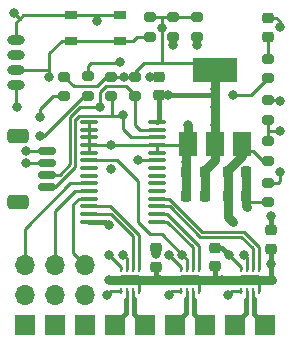
<source format=gbr>
%TF.GenerationSoftware,KiCad,Pcbnew,(6.0.8)*%
%TF.CreationDate,2022-11-21T19:10:26+00:00*%
%TF.ProjectId,m-link-plus,6d2d6c69-6e6b-42d7-906c-75732e6b6963,rev?*%
%TF.SameCoordinates,Original*%
%TF.FileFunction,Copper,L1,Top*%
%TF.FilePolarity,Positive*%
%FSLAX46Y46*%
G04 Gerber Fmt 4.6, Leading zero omitted, Abs format (unit mm)*
G04 Created by KiCad (PCBNEW (6.0.8)) date 2022-11-21 19:10:26*
%MOMM*%
%LPD*%
G01*
G04 APERTURE LIST*
G04 Aperture macros list*
%AMRoundRect*
0 Rectangle with rounded corners*
0 $1 Rounding radius*
0 $2 $3 $4 $5 $6 $7 $8 $9 X,Y pos of 4 corners*
0 Add a 4 corners polygon primitive as box body*
4,1,4,$2,$3,$4,$5,$6,$7,$8,$9,$2,$3,0*
0 Add four circle primitives for the rounded corners*
1,1,$1+$1,$2,$3*
1,1,$1+$1,$4,$5*
1,1,$1+$1,$6,$7*
1,1,$1+$1,$8,$9*
0 Add four rect primitives between the rounded corners*
20,1,$1+$1,$2,$3,$4,$5,0*
20,1,$1+$1,$4,$5,$6,$7,0*
20,1,$1+$1,$6,$7,$8,$9,0*
20,1,$1+$1,$8,$9,$2,$3,0*%
G04 Aperture macros list end*
%TA.AperFunction,SMDPad,CuDef*%
%ADD10RoundRect,0.225000X0.250000X-0.225000X0.250000X0.225000X-0.250000X0.225000X-0.250000X-0.225000X0*%
%TD*%
%TA.AperFunction,SMDPad,CuDef*%
%ADD11RoundRect,0.200000X0.275000X-0.200000X0.275000X0.200000X-0.275000X0.200000X-0.275000X-0.200000X0*%
%TD*%
%TA.AperFunction,SMDPad,CuDef*%
%ADD12R,0.250000X0.500000*%
%TD*%
%TA.AperFunction,SMDPad,CuDef*%
%ADD13R,1.600000X0.900000*%
%TD*%
%TA.AperFunction,SMDPad,CuDef*%
%ADD14R,1.500000X2.000000*%
%TD*%
%TA.AperFunction,SMDPad,CuDef*%
%ADD15R,3.800000X2.000000*%
%TD*%
%TA.AperFunction,SMDPad,CuDef*%
%ADD16RoundRect,0.218750X-0.256250X0.218750X-0.256250X-0.218750X0.256250X-0.218750X0.256250X0.218750X0*%
%TD*%
%TA.AperFunction,SMDPad,CuDef*%
%ADD17R,1.050000X0.650000*%
%TD*%
%TA.AperFunction,SMDPad,CuDef*%
%ADD18RoundRect,0.225000X-0.225000X-0.250000X0.225000X-0.250000X0.225000X0.250000X-0.225000X0.250000X0*%
%TD*%
%TA.AperFunction,SMDPad,CuDef*%
%ADD19RoundRect,0.225000X-0.250000X0.225000X-0.250000X-0.225000X0.250000X-0.225000X0.250000X0.225000X0*%
%TD*%
%TA.AperFunction,ComponentPad*%
%ADD20O,1.700000X1.700000*%
%TD*%
%TA.AperFunction,ComponentPad*%
%ADD21R,1.700000X1.700000*%
%TD*%
%TA.AperFunction,SMDPad,CuDef*%
%ADD22RoundRect,0.225000X0.225000X0.250000X-0.225000X0.250000X-0.225000X-0.250000X0.225000X-0.250000X0*%
%TD*%
%TA.AperFunction,SMDPad,CuDef*%
%ADD23RoundRect,0.100000X-0.637500X-0.100000X0.637500X-0.100000X0.637500X0.100000X-0.637500X0.100000X0*%
%TD*%
%TA.AperFunction,SMDPad,CuDef*%
%ADD24RoundRect,0.200000X-0.275000X0.200000X-0.275000X-0.200000X0.275000X-0.200000X0.275000X0.200000X0*%
%TD*%
%TA.AperFunction,SMDPad,CuDef*%
%ADD25RoundRect,0.150000X0.625000X-0.150000X0.625000X0.150000X-0.625000X0.150000X-0.625000X-0.150000X0*%
%TD*%
%TA.AperFunction,SMDPad,CuDef*%
%ADD26RoundRect,0.250000X0.650000X-0.350000X0.650000X0.350000X-0.650000X0.350000X-0.650000X-0.350000X0*%
%TD*%
%TA.AperFunction,SMDPad,CuDef*%
%ADD27O,1.500000X0.800000*%
%TD*%
%TA.AperFunction,ViaPad*%
%ADD28C,0.800000*%
%TD*%
%TA.AperFunction,Conductor*%
%ADD29C,0.400000*%
%TD*%
%TA.AperFunction,Conductor*%
%ADD30C,0.250000*%
%TD*%
%TA.AperFunction,Conductor*%
%ADD31C,0.800000*%
%TD*%
G04 APERTURE END LIST*
D10*
%TO.P,C10,1*%
%TO.N,+3V3*%
X92250000Y-77775000D03*
%TO.P,C10,2*%
%TO.N,GND*%
X92250000Y-76225000D03*
%TD*%
D11*
%TO.P,R1,1*%
%TO.N,+5V*%
X101500000Y-83325000D03*
%TO.P,R1,2*%
%TO.N,/ADC*%
X101500000Y-81675000D03*
%TD*%
D12*
%TO.P,U3,1,VM*%
%TO.N,+5V*%
X94125000Y-94334000D03*
%TO.P,U3,2,OUT1*%
%TO.N,/M2A*%
X94625000Y-94334000D03*
%TO.P,U3,3,OUT2*%
%TO.N,/M2B*%
X95125000Y-94334000D03*
%TO.P,U3,4,GND*%
%TO.N,GND*%
X95625000Y-94334000D03*
%TO.P,U3,5,IN2*%
%TO.N,/CH7*%
X95625000Y-92434000D03*
%TO.P,U3,6,IN1*%
%TO.N,/CH6*%
X95125000Y-92434000D03*
%TO.P,U3,7,~{SLEEP}*%
%TO.N,/SLEEP*%
X94625000Y-92434000D03*
%TO.P,U3,8,VCC*%
%TO.N,+3V3*%
X94125000Y-92434000D03*
D13*
%TO.P,U3,9,GND*%
%TO.N,GND*%
X94875000Y-93384000D03*
%TD*%
D14*
%TO.P,U1,1,GND*%
%TO.N,GND*%
X94700000Y-81900000D03*
%TO.P,U1,2,VO*%
%TO.N,+3V3*%
X97000000Y-81900000D03*
D15*
X97000000Y-75600000D03*
D14*
%TO.P,U1,3,VI*%
%TO.N,+5V*%
X99300000Y-81900000D03*
%TD*%
D16*
%TO.P,D1,1,K*%
%TO.N,GND*%
X101500000Y-71212500D03*
%TO.P,D1,2,A*%
%TO.N,Net-(D1-Pad2)*%
X101500000Y-72787500D03*
%TD*%
D17*
%TO.P,SW1,1,1*%
%TO.N,GND*%
X84850000Y-71000000D03*
X89000000Y-71000000D03*
%TO.P,SW1,2,2*%
%TO.N,/DTR*%
X89000000Y-73150000D03*
X84850000Y-73150000D03*
%TD*%
D11*
%TO.P,R7,1*%
%TO.N,/SCL*%
X88250000Y-77825000D03*
%TO.P,R7,2*%
%TO.N,+3V3*%
X88250000Y-76175000D03*
%TD*%
D12*
%TO.P,U6,1,VM*%
%TO.N,+5V*%
X99205000Y-94334000D03*
%TO.P,U6,2,OUT1*%
%TO.N,/M3A*%
X99705000Y-94334000D03*
%TO.P,U6,3,OUT2*%
%TO.N,/M3B*%
X100205000Y-94334000D03*
%TO.P,U6,4,GND*%
%TO.N,GND*%
X100705000Y-94334000D03*
%TO.P,U6,5,IN2*%
%TO.N,/CH9*%
X100705000Y-92434000D03*
%TO.P,U6,6,IN1*%
%TO.N,/CH8*%
X100205000Y-92434000D03*
%TO.P,U6,7,~{SLEEP}*%
%TO.N,/SLEEP*%
X99705000Y-92434000D03*
%TO.P,U6,8,VCC*%
%TO.N,+3V3*%
X99205000Y-92434000D03*
D13*
%TO.P,U6,9,GND*%
%TO.N,GND*%
X99955000Y-93384000D03*
%TD*%
D18*
%TO.P,C1,1*%
%TO.N,+5V*%
X98100000Y-86250000D03*
%TO.P,C1,2*%
%TO.N,GND*%
X99650000Y-86250000D03*
%TD*%
%TO.P,C3,1*%
%TO.N,+5V*%
X98100000Y-84250000D03*
%TO.P,C3,2*%
%TO.N,GND*%
X99650000Y-84250000D03*
%TD*%
D11*
%TO.P,R9,1*%
%TO.N,/SDA*%
X90250000Y-77825000D03*
%TO.P,R9,2*%
%TO.N,+3V3*%
X90250000Y-76175000D03*
%TD*%
D19*
%TO.P,C7,1*%
%TO.N,+3V3*%
X101750000Y-89200000D03*
%TO.P,C7,2*%
%TO.N,GND*%
X101750000Y-90750000D03*
%TD*%
D12*
%TO.P,U2,1,VM*%
%TO.N,+5V*%
X89045000Y-94334000D03*
%TO.P,U2,2,OUT1*%
%TO.N,/M1A*%
X89545000Y-94334000D03*
%TO.P,U2,3,OUT2*%
%TO.N,/M1B*%
X90045000Y-94334000D03*
%TO.P,U2,4,GND*%
%TO.N,GND*%
X90545000Y-94334000D03*
%TO.P,U2,5,IN2*%
%TO.N,/CH5*%
X90545000Y-92434000D03*
%TO.P,U2,6,IN1*%
%TO.N,/CH4*%
X90045000Y-92434000D03*
%TO.P,U2,7,~{SLEEP}*%
%TO.N,/SLEEP*%
X89545000Y-92434000D03*
%TO.P,U2,8,VCC*%
%TO.N,+3V3*%
X89045000Y-92434000D03*
D13*
%TO.P,U2,9,GND*%
%TO.N,GND*%
X89795000Y-93384000D03*
%TD*%
D20*
%TO.P,J3,1,Pin_1*%
%TO.N,/CH1*%
X80905000Y-92114000D03*
%TO.P,J3,2,Pin_2*%
%TO.N,+5V*%
X80905000Y-94654000D03*
D21*
%TO.P,J3,3,Pin_3*%
%TO.N,GND*%
X80905000Y-97194000D03*
D20*
%TO.P,J3,4,Pin_4*%
%TO.N,/CH2*%
X83445000Y-92114000D03*
%TO.P,J3,5,Pin_5*%
%TO.N,+5V*%
X83445000Y-94654000D03*
D21*
%TO.P,J3,6,Pin_6*%
%TO.N,GND*%
X83445000Y-97194000D03*
D20*
%TO.P,J3,7,Pin_7*%
%TO.N,/CH3*%
X85985000Y-92114000D03*
%TO.P,J3,8,Pin_8*%
%TO.N,+5V*%
X85985000Y-94654000D03*
D21*
%TO.P,J3,9,Pin_9*%
%TO.N,GND*%
X85985000Y-97194000D03*
%TO.P,J3,10,Pin_10*%
%TO.N,/M1A*%
X88525000Y-97194000D03*
%TO.P,J3,11,Pin_11*%
%TO.N,/M1B*%
X91065000Y-97194000D03*
%TO.P,J3,12,Pin_12*%
%TO.N,/M2A*%
X93605000Y-97194000D03*
%TO.P,J3,13,Pin_13*%
%TO.N,/M2B*%
X96145000Y-97194000D03*
%TO.P,J3,14,Pin_14*%
%TO.N,/M3A*%
X98685000Y-97194000D03*
%TO.P,J3,15,Pin_15*%
%TO.N,/M3B*%
X101225000Y-97194000D03*
%TD*%
D22*
%TO.P,C4,1*%
%TO.N,+3V3*%
X96150000Y-86250000D03*
%TO.P,C4,2*%
%TO.N,GND*%
X94600000Y-86250000D03*
%TD*%
D23*
%TO.P,U5,1,A0*%
%TO.N,GND*%
X86387500Y-80025000D03*
%TO.P,U5,2,A1*%
X86387500Y-80675000D03*
%TO.P,U5,3,A2*%
X86387500Y-81325000D03*
%TO.P,U5,4,A3*%
X86387500Y-81975000D03*
%TO.P,U5,5,A4*%
X86387500Y-82625000D03*
%TO.P,U5,6,LED0*%
%TO.N,/SLEEP*%
X86387500Y-83275000D03*
%TO.P,U5,7,LED1*%
%TO.N,unconnected-(U5-Pad7)*%
X86387500Y-83925000D03*
%TO.P,U5,8,LED2*%
%TO.N,unconnected-(U5-Pad8)*%
X86387500Y-84575000D03*
%TO.P,U5,9,LED3*%
%TO.N,/CH1*%
X86387500Y-85225000D03*
%TO.P,U5,10,LED4*%
%TO.N,/CH2*%
X86387500Y-85875000D03*
%TO.P,U5,11,LED5*%
%TO.N,/CH3*%
X86387500Y-86525000D03*
%TO.P,U5,12,LED6*%
%TO.N,/CH5*%
X86387500Y-87175000D03*
%TO.P,U5,13,LED7*%
%TO.N,/CH4*%
X86387500Y-87825000D03*
%TO.P,U5,14,VSS*%
%TO.N,GND*%
X86387500Y-88475000D03*
%TO.P,U5,15,LED8*%
%TO.N,/CH6*%
X92112500Y-88475000D03*
%TO.P,U5,16,LED9*%
%TO.N,/CH7*%
X92112500Y-87825000D03*
%TO.P,U5,17,LED10*%
%TO.N,/CH8*%
X92112500Y-87175000D03*
%TO.P,U5,18,LED11*%
%TO.N,/CH9*%
X92112500Y-86525000D03*
%TO.P,U5,19,LED12*%
%TO.N,unconnected-(U5-Pad19)*%
X92112500Y-85875000D03*
%TO.P,U5,20,LED13*%
%TO.N,unconnected-(U5-Pad20)*%
X92112500Y-85225000D03*
%TO.P,U5,21,LED14*%
%TO.N,unconnected-(U5-Pad21)*%
X92112500Y-84575000D03*
%TO.P,U5,22,LED15*%
%TO.N,unconnected-(U5-Pad22)*%
X92112500Y-83925000D03*
%TO.P,U5,23,~{OE}*%
%TO.N,/ENABLE*%
X92112500Y-83275000D03*
%TO.P,U5,24,A5*%
%TO.N,GND*%
X92112500Y-82625000D03*
%TO.P,U5,25,EXTCLK*%
X92112500Y-81975000D03*
%TO.P,U5,26,SCL*%
%TO.N,/SCL*%
X92112500Y-81325000D03*
%TO.P,U5,27,SDA*%
%TO.N,/SDA*%
X92112500Y-80675000D03*
%TO.P,U5,28,VDD*%
%TO.N,+3V3*%
X92112500Y-80025000D03*
%TD*%
D11*
%TO.P,R10,1*%
%TO.N,/LED1*%
X101500000Y-76325000D03*
%TO.P,R10,2*%
%TO.N,Net-(D1-Pad2)*%
X101500000Y-74675000D03*
%TD*%
D24*
%TO.P,R4,1*%
%TO.N,+3V3*%
X93500000Y-71175000D03*
%TO.P,R4,2*%
%TO.N,/RESET*%
X93500000Y-72825000D03*
%TD*%
%TO.P,R8,1*%
%TO.N,+3V3*%
X84250000Y-76175000D03*
%TO.P,R8,2*%
%TO.N,/ESP_LED*%
X84250000Y-77825000D03*
%TD*%
%TO.P,R3,1*%
%TO.N,+3V3*%
X95500000Y-71175000D03*
%TO.P,R3,2*%
%TO.N,/EN*%
X95500000Y-72825000D03*
%TD*%
D19*
%TO.P,C5,1*%
%TO.N,+3V3*%
X97000000Y-90700000D03*
%TO.P,C5,2*%
%TO.N,GND*%
X97000000Y-92250000D03*
%TD*%
D25*
%TO.P,J5,1,Pin_1*%
%TO.N,/SCL*%
X82825000Y-85500000D03*
%TO.P,J5,2,Pin_2*%
%TO.N,/SDA*%
X82825000Y-84500000D03*
%TO.P,J5,3,Pin_3*%
%TO.N,+3V3*%
X82825000Y-83500000D03*
%TO.P,J5,4,Pin_4*%
%TO.N,GND*%
X82825000Y-82500000D03*
D26*
%TO.P,J5,MP*%
%TO.N,N/C*%
X80300000Y-86800000D03*
X80300000Y-81200000D03*
%TD*%
D22*
%TO.P,C2,1*%
%TO.N,+3V3*%
X96150000Y-84250000D03*
%TO.P,C2,2*%
%TO.N,GND*%
X94600000Y-84250000D03*
%TD*%
D19*
%TO.P,C6,1*%
%TO.N,+5V*%
X92000000Y-90725000D03*
%TO.P,C6,2*%
%TO.N,GND*%
X92000000Y-92275000D03*
%TD*%
D11*
%TO.P,R11,1*%
%TO.N,GND*%
X101500000Y-86825000D03*
%TO.P,R11,2*%
%TO.N,/SLEEP*%
X101500000Y-85175000D03*
%TD*%
%TO.P,R2,1*%
%TO.N,/ADC*%
X101500000Y-79825000D03*
%TO.P,R2,2*%
%TO.N,GND*%
X101500000Y-78175000D03*
%TD*%
%TO.P,R6,1*%
%TO.N,/MTDI*%
X86250000Y-77800000D03*
%TO.P,R6,2*%
%TO.N,GND*%
X86250000Y-76150000D03*
%TD*%
D24*
%TO.P,R5,1*%
%TO.N,+3V3*%
X91500000Y-71175000D03*
%TO.P,R5,2*%
%TO.N,/DTR*%
X91500000Y-72825000D03*
%TD*%
D27*
%TO.P,J4,1,Pin_1*%
%TO.N,+3V3*%
X80150000Y-76905000D03*
%TO.P,J4,2,Pin_2*%
%TO.N,/DTR*%
X80150000Y-75635000D03*
%TO.P,J4,3,Pin_3*%
%TO.N,unconnected-(J4-Pad3)*%
X80150000Y-74365000D03*
%TO.P,J4,4,Pin_4*%
%TO.N,GND*%
X80150000Y-73095000D03*
%TD*%
D28*
%TO.N,GND*%
X94750000Y-80250000D03*
X89000000Y-74974500D03*
X91500000Y-76250000D03*
X99750000Y-87250000D03*
X88250000Y-84000000D03*
X79987701Y-70787701D03*
X81000000Y-82500000D03*
X88000000Y-88750000D03*
X87000000Y-71500000D03*
X97634000Y-93384000D03*
X92366000Y-93384000D03*
X88000000Y-93400000D03*
X88200000Y-82000000D03*
X101800000Y-93400000D03*
X102500000Y-72000000D03*
X94600000Y-83400000D03*
X101762299Y-92012299D03*
X102500000Y-78250000D03*
%TO.N,/DTR*%
X83000000Y-76250000D03*
%TO.N,+5V*%
X98500000Y-88500000D03*
X98096000Y-94654000D03*
X87904000Y-94654000D03*
X93096000Y-94654000D03*
X92000000Y-91225500D03*
%TO.N,/RESET*%
X93500000Y-73500000D03*
%TO.N,/ADC*%
X102500000Y-80750000D03*
%TO.N,/EN*%
X95500000Y-73500000D03*
%TO.N,/MTDI*%
X82200000Y-81200000D03*
%TO.N,/LED1*%
X98500000Y-77750000D03*
%TO.N,+3V3*%
X89325000Y-76175000D03*
X97000000Y-78750000D03*
X92525000Y-72025000D03*
X88000000Y-91250000D03*
X97000000Y-80250000D03*
X97000000Y-77250000D03*
X98160000Y-91250000D03*
X80250000Y-78750000D03*
X101750000Y-88000000D03*
X81000000Y-83500000D03*
X97000000Y-83250000D03*
X93080000Y-91250000D03*
X93000000Y-77750000D03*
%TO.N,/SCL*%
X89200000Y-79400000D03*
%TO.N,/SDA*%
X87250000Y-78750000D03*
%TO.N,/SLEEP*%
X99480500Y-91250000D03*
X94250000Y-91250000D03*
X89250000Y-91250000D03*
X102500000Y-84250000D03*
%TO.N,/ESP_LED*%
X82200000Y-79600000D03*
%TO.N,/ENABLE*%
X90500000Y-83250000D03*
%TD*%
D29*
%TO.N,GND*%
X101762299Y-92012299D02*
X101762299Y-93362299D01*
D30*
X101500000Y-78175000D02*
X102425000Y-78175000D01*
D31*
X95716000Y-93384000D02*
X96884000Y-93384000D01*
D30*
X80475000Y-71275000D02*
X80750000Y-71000000D01*
D31*
X94600000Y-82000000D02*
X94700000Y-81900000D01*
D30*
X93250000Y-82000000D02*
X92137500Y-82000000D01*
X100705000Y-93845000D02*
X101116000Y-93434000D01*
D29*
X92250000Y-76225000D02*
X91525000Y-76225000D01*
D31*
X94700000Y-81900000D02*
X94700000Y-80300000D01*
D30*
X86387500Y-80025000D02*
X86387500Y-82625000D01*
X101500000Y-86825000D02*
X99975000Y-86825000D01*
D31*
X101132000Y-93400000D02*
X101800000Y-93400000D01*
D30*
X87000000Y-71000000D02*
X84850000Y-71000000D01*
D31*
X94875000Y-93384000D02*
X95716000Y-93384000D01*
D29*
X97000000Y-93268000D02*
X96884000Y-93384000D01*
D30*
X92112500Y-81975000D02*
X86387500Y-81975000D01*
D29*
X101750000Y-92000000D02*
X101762299Y-92012299D01*
D31*
X89795000Y-93384000D02*
X90866000Y-93384000D01*
D30*
X94600000Y-82000000D02*
X93250000Y-82000000D01*
D29*
X101750000Y-90750000D02*
X101750000Y-92000000D01*
D30*
X89000000Y-71000000D02*
X87000000Y-71000000D01*
D31*
X99955000Y-93384000D02*
X101116000Y-93384000D01*
D30*
X80150000Y-71600000D02*
X80475000Y-71275000D01*
D29*
X97000000Y-92250000D02*
X97000000Y-93268000D01*
X91525000Y-76225000D02*
X91500000Y-76250000D01*
D30*
X102500000Y-71500000D02*
X102212500Y-71212500D01*
D31*
X94600000Y-84250000D02*
X94600000Y-82000000D01*
X99650000Y-87150000D02*
X99750000Y-87250000D01*
D29*
X92000000Y-93268000D02*
X91884000Y-93384000D01*
D31*
X96884000Y-93384000D02*
X99955000Y-93384000D01*
D30*
X100705000Y-94334000D02*
X100705000Y-93845000D01*
D29*
X87725000Y-88475000D02*
X88000000Y-88750000D01*
D30*
X95625000Y-94334000D02*
X95625000Y-93475000D01*
X90545000Y-93705000D02*
X90866000Y-93384000D01*
X102500000Y-72000000D02*
X102500000Y-71500000D01*
D31*
X99650000Y-84250000D02*
X99650000Y-86250000D01*
D29*
X101762299Y-93362299D02*
X101800000Y-93400000D01*
D31*
X94600000Y-86250000D02*
X94600000Y-84250000D01*
D30*
X90545000Y-94334000D02*
X90545000Y-93705000D01*
X95625000Y-93475000D02*
X95716000Y-93384000D01*
X86500000Y-75000000D02*
X88974500Y-75000000D01*
D29*
X92000000Y-92275000D02*
X92000000Y-93268000D01*
D30*
X101116000Y-93434000D02*
X101116000Y-93384000D01*
D29*
X86387500Y-88475000D02*
X87725000Y-88475000D01*
D30*
X102425000Y-78175000D02*
X102500000Y-78250000D01*
X86500000Y-75000000D02*
X86250000Y-75250000D01*
D31*
X91884000Y-93384000D02*
X94875000Y-93384000D01*
D30*
X80150000Y-73095000D02*
X80150000Y-71600000D01*
X82825000Y-82500000D02*
X81000000Y-82500000D01*
X87000000Y-71000000D02*
X87000000Y-71500000D01*
X80475000Y-71275000D02*
X79987701Y-70787701D01*
D31*
X99650000Y-86250000D02*
X99650000Y-87150000D01*
D30*
X99975000Y-86825000D02*
X99650000Y-87150000D01*
X86250000Y-75250000D02*
X86250000Y-76150000D01*
D31*
X101116000Y-93384000D02*
X101132000Y-93400000D01*
X88016000Y-93384000D02*
X88000000Y-93400000D01*
D30*
X92112500Y-82625000D02*
X92112500Y-81975000D01*
X80750000Y-71000000D02*
X84850000Y-71000000D01*
X102212500Y-71212500D02*
X101500000Y-71212500D01*
D31*
X94700000Y-80300000D02*
X94750000Y-80250000D01*
X89795000Y-93384000D02*
X88016000Y-93384000D01*
D30*
X92137500Y-82000000D02*
X92112500Y-81975000D01*
X88974500Y-75000000D02*
X89000000Y-74974500D01*
D31*
X90866000Y-93384000D02*
X91884000Y-93384000D01*
D30*
%TO.N,/DTR*%
X80150000Y-75635000D02*
X82865000Y-75635000D01*
X83000000Y-75500000D02*
X83000000Y-74200000D01*
X83000000Y-76250000D02*
X83000000Y-75500000D01*
X84050000Y-73150000D02*
X83000000Y-74200000D01*
X91500000Y-72825000D02*
X90425000Y-72825000D01*
X84850000Y-73150000D02*
X89000000Y-73150000D01*
X84850000Y-73150000D02*
X84050000Y-73150000D01*
X89000000Y-73150000D02*
X90100000Y-73150000D01*
X82865000Y-75635000D02*
X83000000Y-75500000D01*
X90425000Y-72825000D02*
X90100000Y-73150000D01*
%TO.N,+5V*%
X88224000Y-94334000D02*
X87904000Y-94654000D01*
X101500000Y-83325000D02*
X101075000Y-83325000D01*
X89045000Y-94334000D02*
X88224000Y-94334000D01*
D31*
X98100000Y-84250000D02*
X98100000Y-84125000D01*
D29*
X92000000Y-90725000D02*
X92000000Y-91225500D01*
D31*
X99300000Y-82925000D02*
X99300000Y-81900000D01*
D30*
X94125000Y-94334000D02*
X93416000Y-94334000D01*
D31*
X98100000Y-88100000D02*
X98500000Y-88500000D01*
X98100000Y-84125000D02*
X99300000Y-82925000D01*
X98100000Y-86250000D02*
X98100000Y-88100000D01*
D30*
X99205000Y-94334000D02*
X98416000Y-94334000D01*
X98416000Y-94334000D02*
X98096000Y-94654000D01*
X100250000Y-82500000D02*
X99900000Y-82500000D01*
X99900000Y-82500000D02*
X99300000Y-81900000D01*
X93416000Y-94334000D02*
X93096000Y-94654000D01*
D31*
X98100000Y-86250000D02*
X98100000Y-84250000D01*
D30*
X101075000Y-83325000D02*
X100250000Y-82500000D01*
%TO.N,/RESET*%
X93500000Y-72825000D02*
X93500000Y-73500000D01*
%TO.N,/ADC*%
X101500000Y-80750000D02*
X102500000Y-80750000D01*
X101500000Y-81675000D02*
X101500000Y-80750000D01*
X101500000Y-80750000D02*
X101500000Y-79825000D01*
%TO.N,/EN*%
X95500000Y-73500000D02*
X95500000Y-72825000D01*
%TO.N,/CH1*%
X84775000Y-85225000D02*
X86387500Y-85225000D01*
X80905000Y-89095000D02*
X84775000Y-85225000D01*
X80905000Y-92114000D02*
X80905000Y-89095000D01*
%TO.N,/CH2*%
X83445000Y-92114000D02*
X83445000Y-87555000D01*
X83445000Y-87555000D02*
X85125000Y-85875000D01*
X85125000Y-85875000D02*
X86387500Y-85875000D01*
%TO.N,/CH3*%
X86387500Y-86525000D02*
X85475000Y-86525000D01*
X85000000Y-91129000D02*
X85985000Y-92114000D01*
X85000000Y-87000000D02*
X85000000Y-91129000D01*
X85475000Y-86525000D02*
X85000000Y-87000000D01*
%TO.N,/CH5*%
X88161396Y-87175000D02*
X86387500Y-87175000D01*
X90545000Y-92434000D02*
X90545000Y-89558604D01*
X90545000Y-89558604D02*
X88161396Y-87175000D01*
%TO.N,/CH4*%
X90045000Y-89695000D02*
X88175000Y-87825000D01*
X88175000Y-87825000D02*
X86387500Y-87825000D01*
X90045000Y-92434000D02*
X90045000Y-89695000D01*
%TO.N,Net-(D1-Pad2)*%
X101500000Y-74675000D02*
X101500000Y-72787500D01*
%TO.N,/CH6*%
X95125000Y-92434000D02*
X95125000Y-90625000D01*
X95125000Y-90625000D02*
X92975000Y-88475000D01*
X92975000Y-88475000D02*
X92112500Y-88475000D01*
%TO.N,/MTDI*%
X82527208Y-81200000D02*
X82200000Y-81200000D01*
X86250000Y-77800000D02*
X85927208Y-77800000D01*
X85927208Y-77800000D02*
X82527208Y-81200000D01*
%TO.N,/LED1*%
X101500000Y-76325000D02*
X100075000Y-77750000D01*
X100075000Y-77750000D02*
X98500000Y-77750000D01*
%TO.N,+3V3*%
X89045000Y-92434000D02*
X89045000Y-92295000D01*
X87000000Y-77000000D02*
X86500000Y-77000000D01*
D31*
X97000000Y-75600000D02*
X97000000Y-77750000D01*
D30*
X85075000Y-77000000D02*
X84250000Y-76175000D01*
X92500000Y-72050000D02*
X92500000Y-75000000D01*
D31*
X96150000Y-84250000D02*
X96150000Y-84100000D01*
X96150000Y-84100000D02*
X97000000Y-83250000D01*
D30*
X80150000Y-76905000D02*
X80150000Y-78650000D01*
X92525000Y-72025000D02*
X92500000Y-72050000D01*
X92575000Y-71175000D02*
X93500000Y-71175000D01*
X92525000Y-71225000D02*
X92525000Y-72025000D01*
X91000000Y-75000000D02*
X92500000Y-75000000D01*
X92500000Y-75000000D02*
X96400000Y-75000000D01*
D31*
X97000000Y-83250000D02*
X97000000Y-81900000D01*
X97000000Y-77750000D02*
X97000000Y-81900000D01*
D30*
X82825000Y-83500000D02*
X81000000Y-83500000D01*
X86500000Y-77000000D02*
X85075000Y-77000000D01*
X96400000Y-75000000D02*
X97000000Y-75600000D01*
X89045000Y-92295000D02*
X88000000Y-91250000D01*
X99205000Y-92295000D02*
X98160000Y-91250000D01*
D29*
X97000000Y-90700000D02*
X97610000Y-90700000D01*
D30*
X88250000Y-76175000D02*
X90250000Y-76175000D01*
D29*
X101750000Y-89200000D02*
X101750000Y-88000000D01*
D30*
X90250000Y-75750000D02*
X91000000Y-75000000D01*
D29*
X96975000Y-77775000D02*
X97000000Y-77750000D01*
D31*
X96150000Y-86250000D02*
X96150000Y-84250000D01*
D30*
X99205000Y-92434000D02*
X99205000Y-92295000D01*
X94125000Y-92295000D02*
X93080000Y-91250000D01*
D29*
X92250000Y-77775000D02*
X96975000Y-77775000D01*
X92250000Y-79887500D02*
X92112500Y-80025000D01*
D30*
X94125000Y-92434000D02*
X94125000Y-92295000D01*
X87825000Y-76175000D02*
X87000000Y-77000000D01*
X92250000Y-77775000D02*
X92975000Y-77775000D01*
X92975000Y-77775000D02*
X93000000Y-77750000D01*
X80150000Y-78650000D02*
X80250000Y-78750000D01*
D29*
X92250000Y-77775000D02*
X92250000Y-79887500D01*
D30*
X92575000Y-71175000D02*
X92525000Y-71225000D01*
X95500000Y-71175000D02*
X93500000Y-71175000D01*
X88250000Y-76175000D02*
X87825000Y-76175000D01*
X90250000Y-76175000D02*
X90250000Y-75750000D01*
X91500000Y-71175000D02*
X92575000Y-71175000D01*
D29*
X97610000Y-90700000D02*
X98160000Y-91250000D01*
D30*
%TO.N,/SCL*%
X83500000Y-85500000D02*
X85200000Y-83800000D01*
X89925000Y-81325000D02*
X89200000Y-80600000D01*
X82825000Y-85500000D02*
X83500000Y-85500000D01*
X85200000Y-79800000D02*
X85200000Y-83800000D01*
X89200000Y-79400000D02*
X89125000Y-79475000D01*
X85525000Y-79475000D02*
X85250000Y-79750000D01*
X85250000Y-79750000D02*
X85200000Y-79800000D01*
X88025000Y-79475000D02*
X85525000Y-79475000D01*
X89200000Y-80600000D02*
X89200000Y-79400000D01*
X89125000Y-79475000D02*
X88275000Y-79475000D01*
X88275000Y-79475000D02*
X88025000Y-79475000D01*
X88275000Y-79475000D02*
X88275000Y-77850000D01*
X92112500Y-81325000D02*
X89925000Y-81325000D01*
X88275000Y-77850000D02*
X88250000Y-77825000D01*
%TO.N,/SDA*%
X87750000Y-77000000D02*
X87250000Y-77500000D01*
X92112500Y-80675000D02*
X90675000Y-80675000D01*
X89500000Y-77000000D02*
X87750000Y-77000000D01*
X84750000Y-79613604D02*
X84750000Y-83613604D01*
X83863604Y-84500000D02*
X82825000Y-84500000D01*
X90675000Y-80675000D02*
X90250000Y-80250000D01*
X87250000Y-77500000D02*
X87250000Y-78750000D01*
X90250000Y-77825000D02*
X90250000Y-77750000D01*
X90250000Y-80250000D02*
X90250000Y-77825000D01*
X84750000Y-83613604D02*
X83863604Y-84500000D01*
X85413604Y-78950000D02*
X84750000Y-79613604D01*
X90250000Y-77750000D02*
X89500000Y-77000000D01*
X85613604Y-78750000D02*
X85413604Y-78950000D01*
X87250000Y-78750000D02*
X85613604Y-78750000D01*
%TO.N,/SLEEP*%
X90500000Y-85000000D02*
X88750000Y-83250000D01*
X90500000Y-88500000D02*
X90500000Y-85000000D01*
X88750000Y-83250000D02*
X86412500Y-83250000D01*
X99705000Y-91474500D02*
X99480500Y-91250000D01*
X101500000Y-85175000D02*
X102325000Y-85175000D01*
X92500000Y-89500000D02*
X91500000Y-89500000D01*
X99705000Y-92434000D02*
X99705000Y-91474500D01*
X94250000Y-91250000D02*
X92500000Y-89500000D01*
X86412500Y-83250000D02*
X86387500Y-83275000D01*
X89545000Y-92434000D02*
X89545000Y-91545000D01*
X94625000Y-91625000D02*
X94250000Y-91250000D01*
X90500000Y-88500000D02*
X91500000Y-89500000D01*
X102325000Y-85175000D02*
X102500000Y-85000000D01*
X102500000Y-85000000D02*
X102500000Y-84250000D01*
X89545000Y-91545000D02*
X89250000Y-91250000D01*
X94625000Y-92434000D02*
X94625000Y-91625000D01*
%TO.N,/ESP_LED*%
X84250000Y-77825000D02*
X83325000Y-77825000D01*
X82200000Y-79600000D02*
X82200000Y-78950000D01*
X82200000Y-78950000D02*
X83325000Y-77825000D01*
%TO.N,/CH7*%
X92961396Y-87825000D02*
X92112500Y-87825000D01*
X95625000Y-90488604D02*
X92961396Y-87825000D01*
X95625000Y-92434000D02*
X95625000Y-90488604D01*
%TO.N,/M1A*%
X89545000Y-94334000D02*
X89545000Y-96174000D01*
X89545000Y-96174000D02*
X88525000Y-97194000D01*
D29*
X89520000Y-96199000D02*
X89520000Y-95055000D01*
X88525000Y-97194000D02*
X89520000Y-96199000D01*
%TO.N,/M2A*%
X93605000Y-97194000D02*
X94600000Y-96199000D01*
D30*
X94625000Y-94334000D02*
X94625000Y-96174000D01*
D29*
X94600000Y-96199000D02*
X94600000Y-95025000D01*
D30*
X94625000Y-96174000D02*
X93605000Y-97194000D01*
%TO.N,/M2B*%
X95125000Y-96174000D02*
X96145000Y-97194000D01*
X95125000Y-94334000D02*
X95125000Y-96174000D01*
D29*
X96145000Y-97194000D02*
X95200000Y-96249000D01*
X95200000Y-96249000D02*
X95200000Y-95075000D01*
%TO.N,/M1B*%
X90120000Y-96249000D02*
X90120000Y-95045000D01*
D30*
X90045000Y-96174000D02*
X91065000Y-97194000D01*
X90045000Y-94334000D02*
X90045000Y-96174000D01*
D29*
X91065000Y-97194000D02*
X90120000Y-96249000D01*
D30*
%TO.N,/CH8*%
X100205000Y-90718604D02*
X100205000Y-92434000D01*
X92112500Y-87175000D02*
X93175000Y-87175000D01*
X93175000Y-87175000D02*
X95756802Y-89756802D01*
X99243198Y-89756802D02*
X100205000Y-90718604D01*
X95756802Y-89756802D02*
X99243198Y-89756802D01*
%TO.N,/CH9*%
X99429594Y-89306802D02*
X100705000Y-90582208D01*
X100705000Y-90582208D02*
X100705000Y-92434000D01*
X92112500Y-86525000D02*
X93161396Y-86525000D01*
X95943198Y-89306802D02*
X99429594Y-89306802D01*
X93161396Y-86525000D02*
X95943198Y-89306802D01*
D29*
%TO.N,/M3A*%
X98685000Y-97194000D02*
X99680000Y-96199000D01*
D30*
X99705000Y-96174000D02*
X98685000Y-97194000D01*
D29*
X99680000Y-96199000D02*
X99680000Y-95095000D01*
X98685000Y-97194000D02*
X99479000Y-96400000D01*
D30*
X99705000Y-94334000D02*
X99705000Y-96174000D01*
D29*
%TO.N,/M3B*%
X101225000Y-97194000D02*
X100280000Y-96249000D01*
D30*
X100205000Y-94334000D02*
X100205000Y-96174000D01*
X100205000Y-96174000D02*
X101225000Y-97194000D01*
D29*
X100280000Y-96249000D02*
X100280000Y-95005000D01*
D30*
%TO.N,/ENABLE*%
X90525000Y-83275000D02*
X90500000Y-83250000D01*
X92112500Y-83275000D02*
X90525000Y-83275000D01*
%TD*%
M02*

</source>
